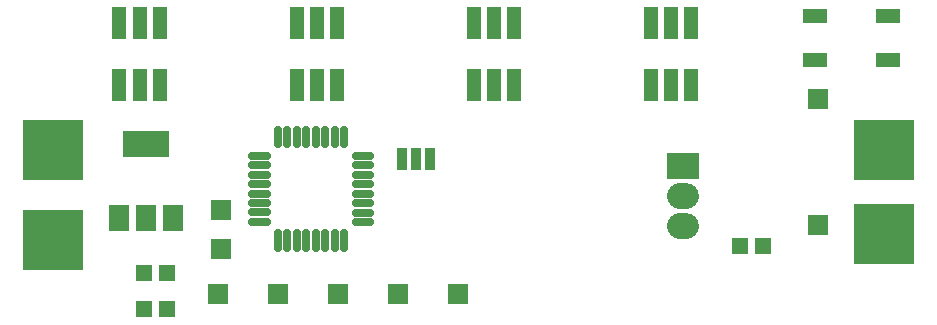
<source format=gts>
G04 ---------------------------- Layer name :TOP SOLDER LAYER*
G04 EasyEDA v5.4.12, Tue, 22 May 2018 18:49:31 GMT*
G04 d7c983edca6a4b4588ebda3a34a87f28*
G04 Gerber Generator version 0.2*
G04 Scale: 100 percent, Rotated: No, Reflected: No *
G04 Dimensions in millimeters *
G04 leading zeros omitted , absolute positions ,3 integer and 3 decimal *
%FSLAX33Y33*%
%MOMM*%
G90*
G71D02*

%ADD13C,0.653199*%
%ADD15R,4.003192X2.203196*%
%ADD16R,1.703197X2.203196*%
%ADD17R,0.904240X1.902460*%
%ADD18R,2.003196X1.303198*%
%ADD19R,1.303198X2.703195*%
%ADD20R,1.409700X1.409700*%
%ADD21R,2.703200X2.203201*%
%ADD22R,1.778000X1.778000*%
%ADD23R,1.778000X1.778254*%
%ADD24R,5.203190X5.203190*%
%ADD25R,1.778254X1.778254*%
%ADD26C,2.203201*%

%LPD*%
G54D26*
G01X57145Y11557D02*
G01X56646Y11557D01*
G01X57145Y14097D02*
G01X56646Y14097D01*
G54D13*
G01X28194Y9763D02*
G01X28194Y10963D01*
G01X27393Y9763D02*
G01X27393Y10963D01*
G01X26593Y9763D02*
G01X26593Y10963D01*
G01X25793Y9763D02*
G01X25793Y10963D01*
G01X24996Y9763D02*
G01X24996Y10963D01*
G01X24196Y9763D02*
G01X24196Y10963D01*
G01X23395Y9763D02*
G01X23395Y10963D01*
G01X22595Y9763D02*
G01X22595Y10963D01*
G01X21631Y11938D02*
G01X20431Y11938D01*
G01X21631Y12738D02*
G01X20431Y12738D01*
G01X21631Y13538D02*
G01X20431Y13538D01*
G01X21631Y14338D02*
G01X20431Y14338D01*
G01X21631Y15135D02*
G01X20431Y15135D01*
G01X21631Y15935D02*
G01X20431Y15935D01*
G01X21631Y16736D02*
G01X20431Y16736D01*
G01X21631Y17536D02*
G01X20431Y17536D01*
G01X22606Y18526D02*
G01X22606Y19726D01*
G01X23406Y18526D02*
G01X23406Y19726D01*
G01X24206Y18526D02*
G01X24206Y19726D01*
G01X25006Y18526D02*
G01X25006Y19726D01*
G01X25803Y18526D02*
G01X25803Y19726D01*
G01X26603Y18526D02*
G01X26603Y19726D01*
G01X27404Y18526D02*
G01X27404Y19726D01*
G01X28204Y18526D02*
G01X28204Y19726D01*
G01X30368Y17526D02*
G01X29168Y17526D01*
G01X30368Y16725D02*
G01X29168Y16725D01*
G01X30368Y15925D02*
G01X29168Y15925D01*
G01X30368Y15125D02*
G01X29168Y15125D01*
G01X30368Y14328D02*
G01X29168Y14328D01*
G01X30368Y13528D02*
G01X29168Y13528D01*
G01X30368Y12727D02*
G01X29168Y12727D01*
G01X30368Y11927D02*
G01X29168Y11927D01*
G54D15*
G01X11430Y18542D03*
G54D16*
G01X11430Y12241D03*
G01X13729Y12241D03*
G01X9130Y12241D03*
G54D17*
G01X33096Y17270D03*
G01X34290Y17270D03*
G01X35483Y17270D03*
G54D18*
G01X68070Y29371D03*
G01X68070Y25670D03*
G01X74270Y29371D03*
G01X74270Y25670D03*
G54D19*
G01X57580Y28761D03*
G01X55878Y28761D03*
G01X54179Y28761D03*
G01X57580Y23561D03*
G01X55880Y23561D03*
G01X54179Y23561D03*
G01X42579Y28761D03*
G01X40880Y28761D03*
G01X39180Y28761D03*
G01X42579Y23561D03*
G01X40880Y23561D03*
G01X39180Y23561D03*
G01X27580Y28761D03*
G01X25878Y28761D03*
G01X24179Y28761D03*
G01X27580Y23561D03*
G01X25880Y23561D03*
G01X24179Y23561D03*
G01X12579Y28761D03*
G01X10880Y28761D03*
G01X9180Y28761D03*
G01X12579Y23561D03*
G01X10880Y23561D03*
G01X9180Y23561D03*
G54D20*
G01X61723Y9904D03*
G01X63704Y9904D03*
G01X13209Y4570D03*
G01X11228Y4570D03*
G01X13209Y7618D03*
G01X11228Y7618D03*
G54D21*
G01X56896Y16637D03*
G54D22*
G01X27686Y5842D03*
G01X32766Y5842D03*
G01X22606Y5842D03*
G54D23*
G01X37846Y5842D03*
G54D22*
G01X17526Y5842D03*
G54D24*
G01X3556Y10414D03*
G01X3556Y18034D03*
G01X73914Y18034D03*
G01X73914Y10922D03*
G54D25*
G01X68326Y22352D03*
G01X17780Y12954D03*
G01X17780Y9652D03*
G01X68326Y11684D03*
M00*
M02*

</source>
